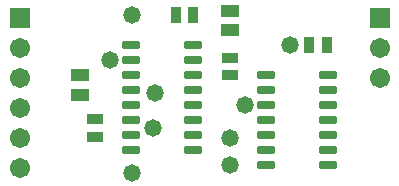
<source format=gts>
G04*
G04 #@! TF.GenerationSoftware,Altium Limited,Altium Designer,20.2.6 (244)*
G04*
G04 Layer_Color=8388736*
%FSLAX25Y25*%
%MOIN*%
G70*
G04*
G04 #@! TF.SameCoordinates,218AD5E3-DD01-4129-9E62-BF2858C15206*
G04*
G04*
G04 #@! TF.FilePolarity,Negative*
G04*
G01*
G75*
%ADD14R,0.03740X0.05315*%
%ADD15R,0.05315X0.03740*%
%ADD16R,0.06115X0.04147*%
G04:AMPARAMS|DCode=17|XSize=29.65mil|YSize=57.21mil|CornerRadius=5.95mil|HoleSize=0mil|Usage=FLASHONLY|Rotation=90.000|XOffset=0mil|YOffset=0mil|HoleType=Round|Shape=RoundedRectangle|*
%AMROUNDEDRECTD17*
21,1,0.02965,0.04532,0,0,90.0*
21,1,0.01776,0.05721,0,0,90.0*
1,1,0.01190,0.02266,0.00888*
1,1,0.01190,0.02266,-0.00888*
1,1,0.01190,-0.02266,-0.00888*
1,1,0.01190,-0.02266,0.00888*
%
%ADD17ROUNDEDRECTD17*%
%ADD18R,0.06706X0.06706*%
%ADD19C,0.06706*%
%ADD20C,0.05800*%
D14*
X287953Y340748D02*
D03*
X282047D02*
D03*
X332500Y330748D02*
D03*
X326594D02*
D03*
D15*
X300000Y326654D02*
D03*
Y320748D02*
D03*
X255000Y300295D02*
D03*
Y306201D02*
D03*
D16*
X300000Y342244D02*
D03*
Y335748D02*
D03*
X250000Y320748D02*
D03*
Y314252D02*
D03*
D17*
X287835Y295748D02*
D03*
Y300748D02*
D03*
Y305748D02*
D03*
Y310748D02*
D03*
Y315748D02*
D03*
Y320748D02*
D03*
Y325748D02*
D03*
Y330748D02*
D03*
X267165Y295748D02*
D03*
Y300748D02*
D03*
Y305748D02*
D03*
Y310748D02*
D03*
Y315748D02*
D03*
Y320748D02*
D03*
Y325748D02*
D03*
Y330748D02*
D03*
X332835Y290748D02*
D03*
Y295748D02*
D03*
Y300748D02*
D03*
Y305748D02*
D03*
Y310748D02*
D03*
Y315748D02*
D03*
Y320748D02*
D03*
X312165Y290748D02*
D03*
Y295748D02*
D03*
Y300748D02*
D03*
Y305748D02*
D03*
Y310748D02*
D03*
Y315748D02*
D03*
Y320748D02*
D03*
D18*
X230000Y340000D02*
D03*
X350000D02*
D03*
D19*
X230000Y330000D02*
D03*
Y320000D02*
D03*
Y310000D02*
D03*
Y300000D02*
D03*
Y290000D02*
D03*
X350000Y330000D02*
D03*
Y320000D02*
D03*
D20*
X267500Y340748D02*
D03*
X275000Y315000D02*
D03*
X300000Y300000D02*
D03*
X267500Y288248D02*
D03*
X260000Y325748D02*
D03*
X300000Y290748D02*
D03*
X274345Y303154D02*
D03*
X305000Y310748D02*
D03*
X320000Y330748D02*
D03*
M02*

</source>
